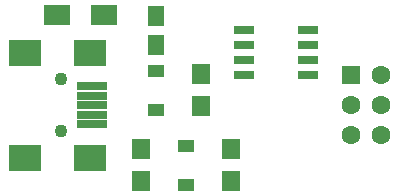
<source format=gts>
G04 #@! TF.FileFunction,Soldermask,Top*
%FSLAX46Y46*%
G04 Gerber Fmt 4.6, Leading zero omitted, Abs format (unit mm)*
G04 Created by KiCad (PCBNEW 4.0.3-stable) date Thursday, December 22, 2016 'PMt' 07:32:28 PM*
%MOMM*%
%LPD*%
G01*
G04 APERTURE LIST*
%ADD10C,0.100000*%
%ADD11R,1.453200X1.703200*%
%ADD12R,1.423200X1.113200*%
%ADD13R,2.203200X1.803200*%
%ADD14R,1.753200X0.803200*%
%ADD15R,2.504440X0.703580*%
%ADD16R,2.702560X2.202180*%
%ADD17C,1.102360*%
%ADD18R,1.503200X1.703200*%
%ADD19R,1.603200X1.603200*%
%ADD20C,1.603200*%
G04 APERTURE END LIST*
D10*
D11*
X85090000Y-43200000D03*
X85090000Y-45700000D03*
D12*
X85090000Y-51165000D03*
X85090000Y-47895000D03*
X87630000Y-57515000D03*
X87630000Y-54245000D03*
D13*
X80740000Y-43180000D03*
X76740000Y-43180000D03*
D14*
X92550000Y-44450000D03*
X92550000Y-45720000D03*
X92550000Y-46990000D03*
X92550000Y-48260000D03*
X97950000Y-48260000D03*
X97950000Y-46990000D03*
X97950000Y-45720000D03*
X97950000Y-44450000D03*
D15*
X79649320Y-49199800D03*
X79649320Y-49999900D03*
X79649320Y-50800000D03*
X79649320Y-51600100D03*
X79649320Y-52400200D03*
D16*
X79550260Y-46349920D03*
X74051160Y-46349920D03*
X79550260Y-55250080D03*
X74051160Y-55250080D03*
D17*
X77050900Y-48600360D03*
X77050900Y-52999640D03*
D18*
X83820000Y-54530000D03*
X83820000Y-57230000D03*
X88900000Y-48180000D03*
X88900000Y-50880000D03*
X91440000Y-54530000D03*
X91440000Y-57230000D03*
D19*
X101600000Y-48260000D03*
D20*
X104140000Y-48260000D03*
X101600000Y-50800000D03*
X104140000Y-50800000D03*
X101600000Y-53340000D03*
X104140000Y-53340000D03*
M02*

</source>
